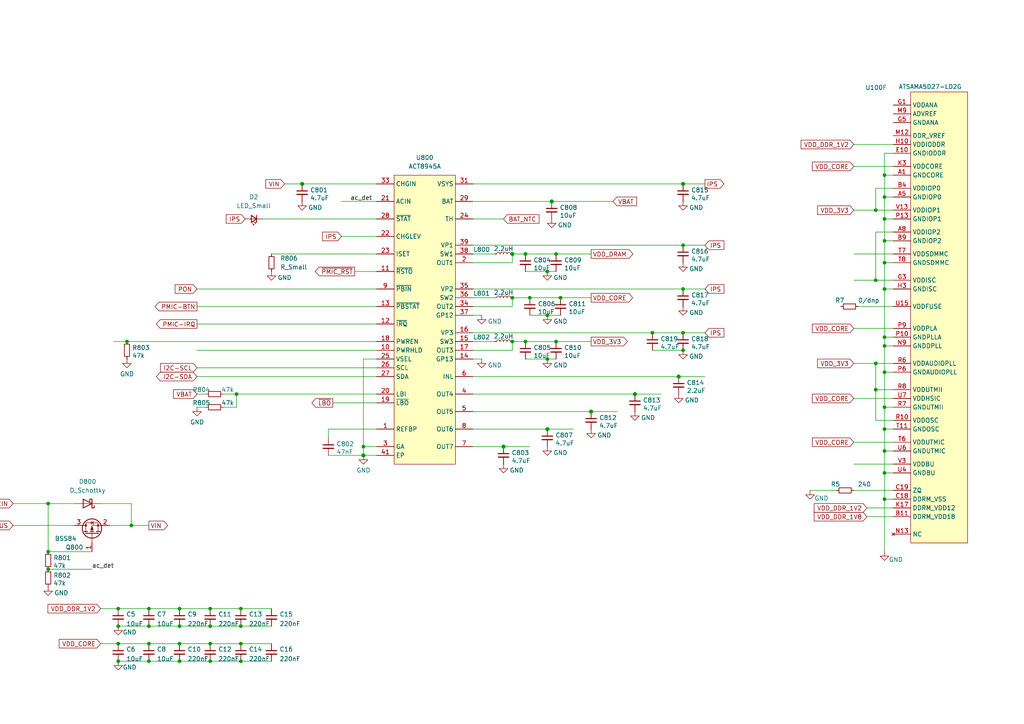
<source format=kicad_sch>
(kicad_sch (version 20250114) (generator "eeschema") (generator_version "9.0")
  (paper "A4")
  (junction (at 153.67 86.36))
  (junction (at 69.85 181.61))
  (junction (at 60.96 176.53))
  (junction (at 256.54 144.78))
  (junction (at 256.54 118.11))
  (junction (at 256.54 107.95))
  (junction (at 256.54 130.81))
  (junction (at 256.54 137.16))
  (junction (at 254 105.41))
  (junction (at 189.23 96.52))
  (junction (at 43.18 176.53))
  (junction (at 36.83 99.06))
  (junction (at 60.96 186.69))
  (junction (at 148.59 99.06))
  (junction (at 254 113.03))
  (junction (at 146.05 129.54) (diameter 1.016))
  (junction (at 34.29 176.53))
  (junction (at 256.54 97.79))
  (junction (at 256.54 83.82))
  (junction (at 13.97 146.05))
  (junction (at 52.07 181.61))
  (junction (at 254 81.28))
  (junction (at 162.56 86.36))
  (junction (at 105.41 129.54))
  (junction (at 34.29 186.69))
  (junction (at 34.29 191.77))
  (junction (at 196.85 109.22) (diameter 1.016))
  (junction (at 52.07 191.77))
  (junction (at 52.07 176.53))
  (junction (at 52.07 186.69))
  (junction (at 148.59 86.36))
  (junction (at 69.85 176.53))
  (junction (at 69.85 186.69))
  (junction (at 256.54 50.8))
  (junction (at 256.54 63.5))
  (junction (at 256.54 124.46))
  (junction (at 43.18 186.69))
  (junction (at 87.63 53.34) (diameter 1.016))
  (junction (at 43.18 181.61))
  (junction (at 158.75 91.44))
  (junction (at 60.96 181.61))
  (junction (at 198.12 101.6))
  (junction (at 256.54 57.15))
  (junction (at 158.75 124.46) (diameter 1.016))
  (junction (at 198.12 83.82))
  (junction (at 60.96 191.77))
  (junction (at 161.29 73.66))
  (junction (at 105.41 132.08) (diameter 1.016))
  (junction (at 256.54 100.33))
  (junction (at 158.75 78.74))
  (junction (at 158.75 104.14))
  (junction (at 152.4 99.06))
  (junction (at 148.59 73.66) (diameter 1.016))
  (junction (at 34.29 181.61))
  (junction (at 13.97 165.1))
  (junction (at 198.12 96.52))
  (junction (at 152.4 73.66))
  (junction (at 69.85 191.77))
  (junction (at 254 60.96))
  (junction (at 256.54 76.2))
  (junction (at 43.18 191.77))
  (junction (at 13.97 160.02))
  (junction (at 198.12 71.12))
  (junction (at 68.58 114.3))
  (junction (at 161.29 99.06))
  (junction (at 171.45 119.38) (diameter 1.016))
  (junction (at 256.54 69.85))
  (junction (at 38.1 152.4))
  (junction (at 184.15 114.3) (diameter 1.016))
  (junction (at 198.12 53.34) (diameter 1.016))
  (junction (at 160.02 58.42) (diameter 1.016))
  (wire (pts (xy 109.22 129.54) (xy 105.41 129.54)))
  (wire (pts (xy 95.25 124.46) (xy 95.25 127)))
  (wire (pts (xy 137.16 96.52) (xy 189.23 96.52)))
  (wire (pts (xy 36.83 99.06) (xy 109.22 99.06)))
  (wire (pts (xy 256.54 69.85) (xy 259.08 69.85)))
  (wire (pts (xy 256.54 137.16) (xy 256.54 144.78)))
  (wire (pts (xy 57.15 83.82) (xy 109.22 83.82)))
  (wire (pts (xy 52.07 176.53) (xy 60.96 176.53)))
  (wire (pts (xy 57.15 114.3) (xy 59.69 114.3)))
  (wire (pts (xy 69.85 186.69) (xy 78.74 186.69)))
  (wire (pts (xy 259.08 113.03) (xy 254 113.03)))
  (wire (pts (xy 148.59 73.66) (xy 152.4 73.66)))
  (wire (pts (xy 148.59 99.06) (xy 152.4 99.06)))
  (wire (pts (xy 153.67 86.36) (xy 162.56 86.36)))
  (wire (pts (xy 57.15 106.68) (xy 109.22 106.68)))
  (wire (pts (xy 38.1 152.4) (xy 43.18 152.4)))
  (wire (pts (xy 137.16 73.66) (xy 143.51 73.66)))
  (wire (pts (xy 256.54 69.85) (xy 256.54 76.2)))
  (wire (pts (xy 13.97 146.05) (xy 21.59 146.05)))
  (wire (pts (xy 57.15 109.22) (xy 109.22 109.22)))
  (wire (pts (xy 234.95 142.24) (xy 242.57 142.24)))
  (wire (pts (xy 137.16 104.14) (xy 139.7 104.14)))
  (wire (pts (xy 38.1 146.05) (xy 38.1 152.4)))
  (wire (pts (xy 184.15 114.3) (xy 191.77 114.3)))
  (wire (pts (xy 87.63 53.34) (xy 109.22 53.34)))
  (wire (pts (xy 137.16 119.38) (xy 171.45 119.38)))
  (wire (pts (xy 248.92 88.9) (xy 259.08 88.9)))
  (wire (pts (xy 259.08 54.61) (xy 254 54.61)))
  (wire (pts (xy 254 121.92) (xy 254 113.03)))
  (wire (pts (xy 43.18 186.69) (xy 52.07 186.69)))
  (wire (pts (xy 247.65 128.27) (xy 259.08 128.27)))
  (wire (pts (xy 254 105.41) (xy 259.08 105.41)))
  (wire (pts (xy 256.54 118.11) (xy 259.08 118.11)))
  (wire (pts (xy 43.18 181.61) (xy 52.07 181.61)))
  (wire (pts (xy 137.16 129.54) (xy 146.05 129.54)))
  (wire (pts (xy 254 81.28) (xy 259.08 81.28)))
  (wire (pts (xy 256.54 107.95) (xy 256.54 118.11)))
  (wire (pts (xy 247.65 60.96) (xy 254 60.96)))
  (wire (pts (xy 69.85 181.61) (xy 78.74 181.61)))
  (wire (pts (xy 259.08 44.45) (xy 256.54 44.45)))
  (wire (pts (xy 105.41 104.14) (xy 105.41 129.54)))
  (wire (pts (xy 152.4 99.06) (xy 161.29 99.06)))
  (wire (pts (xy 256.54 130.81) (xy 256.54 137.16)))
  (wire (pts (xy 162.56 86.36) (xy 171.45 86.36)))
  (wire (pts (xy 109.22 104.14) (xy 105.41 104.14)))
  (wire (pts (xy 256.54 83.82) (xy 259.08 83.82)))
  (wire (pts (xy 256.54 124.46) (xy 256.54 130.81)))
  (wire (pts (xy 137.16 76.2) (xy 148.59 76.2)))
  (wire (pts (xy 247.65 95.25) (xy 259.08 95.25)))
  (wire (pts (xy 57.15 93.98) (xy 109.22 93.98)))
  (wire (pts (xy 95.25 132.08) (xy 105.41 132.08)))
  (wire (pts (xy 105.41 129.54) (xy 105.41 132.08)))
  (wire (pts (xy 256.54 137.16) (xy 259.08 137.16)))
  (wire (pts (xy 60.96 186.69) (xy 69.85 186.69)))
  (wire (pts (xy 158.75 91.44) (xy 162.56 91.44)))
  (wire (pts (xy 256.54 144.78) (xy 256.54 160.02)))
  (wire (pts (xy 3.81 152.4) (xy 21.59 152.4)))
  (wire (pts (xy 102.87 78.74) (xy 109.22 78.74)))
  (wire (pts (xy 137.16 71.12) (xy 198.12 71.12)))
  (wire (pts (xy 161.29 99.06) (xy 171.45 99.06)))
  (wire (pts (xy 34.29 191.77) (xy 43.18 191.77)))
  (wire (pts (xy 78.74 73.66) (xy 109.22 73.66)))
  (wire (pts (xy 13.97 165.1) (xy 26.67 165.1)))
  (wire (pts (xy 60.96 176.53) (xy 69.85 176.53)))
  (wire (pts (xy 137.16 114.3) (xy 184.15 114.3)))
  (wire (pts (xy 256.54 97.79) (xy 256.54 100.33)))
  (wire (pts (xy 254 67.31) (xy 254 81.28)))
  (wire (pts (xy 256.54 76.2) (xy 259.08 76.2)))
  (wire (pts (xy 38.1 152.4) (xy 31.75 152.4)))
  (wire (pts (xy 43.18 176.53) (xy 52.07 176.53)))
  (wire (pts (xy 60.96 181.61) (xy 69.85 181.61)))
  (wire (pts (xy 26.67 160.02) (xy 13.97 160.02)))
  (wire (pts (xy 29.21 146.05) (xy 38.1 146.05)))
  (wire (pts (xy 64.77 118.11) (xy 68.58 118.11)))
  (wire (pts (xy 161.29 73.66) (xy 171.45 73.66)))
  (wire (pts (xy 148.59 86.36) (xy 153.67 86.36)))
  (wire (pts (xy 158.75 124.46) (xy 166.37 124.46)))
  (wire (pts (xy 256.54 50.8) (xy 256.54 57.15)))
  (wire (pts (xy 256.54 44.45) (xy 256.54 50.8)))
  (wire (pts (xy 247.65 115.57) (xy 259.08 115.57)))
  (wire (pts (xy 247.65 105.41) (xy 254 105.41)))
  (wire (pts (xy 256.54 118.11) (xy 256.54 124.46)))
  (wire (pts (xy 152.4 78.74) (xy 158.75 78.74)))
  (wire (pts (xy 52.07 186.69) (xy 60.96 186.69)))
  (wire (pts (xy 247.65 48.26) (xy 259.08 48.26)))
  (wire (pts (xy 256.54 63.5) (xy 256.54 69.85)))
  (wire (pts (xy 153.67 91.44) (xy 158.75 91.44)))
  (wire (pts (xy 158.75 104.14) (xy 161.29 104.14)))
  (wire (pts (xy 52.07 191.77) (xy 60.96 191.77)))
  (wire (pts (xy 256.54 57.15) (xy 256.54 63.5)))
  (wire (pts (xy 152.4 73.66) (xy 161.29 73.66)))
  (wire (pts (xy 256.54 100.33) (xy 256.54 107.95)))
  (wire (pts (xy 137.16 83.82) (xy 198.12 83.82)))
  (wire (pts (xy 256.54 63.5) (xy 259.08 63.5)))
  (wire (pts (xy 76.2 63.5) (xy 109.22 63.5)))
  (wire (pts (xy 29.21 176.53) (xy 34.29 176.53)))
  (wire (pts (xy 69.85 191.77) (xy 78.74 191.77)))
  (wire (pts (xy 137.16 99.06) (xy 143.51 99.06)))
  (wire (pts (xy 52.07 181.61) (xy 60.96 181.61)))
  (wire (pts (xy 259.08 121.92) (xy 254 121.92)))
  (wire (pts (xy 99.06 68.58) (xy 109.22 68.58)))
  (wire (pts (xy 137.16 91.44) (xy 139.7 91.44)))
  (wire (pts (xy 247.65 134.62) (xy 259.08 134.62)))
  (wire (pts (xy 259.08 50.8) (xy 256.54 50.8)))
  (wire (pts (xy 137.16 88.9) (xy 148.59 88.9)))
  (wire (pts (xy 254 60.96) (xy 259.08 60.96)))
  (wire (pts (xy 171.45 119.38) (xy 179.07 119.38)))
  (wire (pts (xy 189.23 101.6) (xy 198.12 101.6)))
  (wire (pts (xy 256.54 130.81) (xy 259.08 130.81)))
  (wire (pts (xy 99.06 58.42) (xy 109.22 58.42)))
  (wire (pts (xy 137.16 53.34) (xy 198.12 53.34)))
  (wire (pts (xy 95.25 124.46) (xy 109.22 124.46)))
  (wire (pts (xy 256.54 100.33) (xy 259.08 100.33)))
  (wire (pts (xy 160.02 58.42) (xy 177.8 58.42)))
  (wire (pts (xy 68.58 114.3) (xy 68.58 118.11)))
  (wire (pts (xy 247.65 142.24) (xy 259.08 142.24)))
  (wire (pts (xy 254 54.61) (xy 254 60.96)))
  (wire (pts (xy 105.41 132.08) (xy 109.22 132.08)))
  (wire (pts (xy 256.54 76.2) (xy 256.54 83.82)))
  (wire (pts (xy 198.12 83.82) (xy 204.47 83.82)))
  (wire (pts (xy 196.85 109.22) (xy 204.47 109.22)))
  (wire (pts (xy 251.46 149.86) (xy 259.08 149.86)))
  (wire (pts (xy 96.52 116.84) (xy 109.22 116.84)))
  (wire (pts (xy 256.54 83.82) (xy 256.54 97.79)))
  (wire (pts (xy 64.77 114.3) (xy 68.58 114.3)))
  (wire (pts (xy 198.12 71.12) (xy 204.47 71.12)))
  (wire (pts (xy 137.16 101.6) (xy 148.59 101.6)))
  (wire (pts (xy 33.02 99.06) (xy 36.83 99.06)))
  (wire (pts (xy 158.75 78.74) (xy 161.29 78.74)))
  (wire (pts (xy 247.65 81.28) (xy 254 81.28)))
  (wire (pts (xy 13.97 160.02) (xy 13.97 146.05)))
  (wire (pts (xy 60.96 191.77) (xy 69.85 191.77)))
  (wire (pts (xy 146.05 129.54) (xy 153.67 129.54)))
  (wire (pts (xy 43.18 191.77) (xy 52.07 191.77)))
  (wire (pts (xy 254 113.03) (xy 254 105.41)))
  (wire (pts (xy 256.54 97.79) (xy 259.08 97.79)))
  (wire (pts (xy 137.16 109.22) (xy 196.85 109.22)))
  (wire (pts (xy 247.65 41.91) (xy 259.08 41.91)))
  (wire (pts (xy 57.15 101.6) (xy 109.22 101.6)))
  (wire (pts (xy 137.16 124.46) (xy 158.75 124.46)))
  (wire (pts (xy 3.81 146.05) (xy 13.97 146.05)))
  (wire (pts (xy 69.85 176.53) (xy 78.74 176.53)))
  (wire (pts (xy 198.12 53.34) (xy 204.47 53.34)))
  (wire (pts (xy 247.65 73.66) (xy 259.08 73.66)))
  (wire (pts (xy 137.16 63.5) (xy 146.05 63.5)))
  (wire (pts (xy 34.29 181.61) (xy 43.18 181.61)))
  (wire (pts (xy 198.12 96.52) (xy 204.47 96.52)))
  (wire (pts (xy 29.21 186.69) (xy 34.29 186.69)))
  (wire (pts (xy 34.29 186.69) (xy 43.18 186.69)))
  (wire (pts (xy 137.16 58.42) (xy 160.02 58.42)))
  (wire (pts (xy 256.54 144.78) (xy 259.08 144.78)))
  (wire (pts (xy 82.55 53.34) (xy 87.63 53.34)))
  (wire (pts (xy 189.23 96.52) (xy 198.12 96.52)))
  (wire (pts (xy 152.4 104.14) (xy 158.75 104.14)))
  (wire (pts (xy 57.15 88.9) (xy 109.22 88.9)))
  (wire (pts (xy 256.54 57.15) (xy 259.08 57.15)))
  (wire (pts (xy 68.58 114.3) (xy 109.22 114.3)))
  (wire (pts (xy 251.46 147.32) (xy 259.08 147.32)))
  (wire (pts (xy 148.59 101.6) (xy 148.59 99.06)))
  (wire (pts (xy 137.16 86.36) (xy 143.51 86.36)))
  (wire (pts (xy 57.15 118.11) (xy 59.69 118.11)))
  (wire (pts (xy 259.08 67.31) (xy 254 67.31)))
  (wire (pts (xy 148.59 86.36) (xy 148.59 88.9)))
  (wire (pts (xy 34.29 176.53) (xy 43.18 176.53)))
  (wire (pts (xy 256.54 124.46) (xy 259.08 124.46)))
  (wire (pts (xy 256.54 107.95) (xy 259.08 107.95)))
  (wire (pts (xy 148.59 73.66) (xy 148.59 76.2)))
  (label "ac_det" (at 101.6 58.42 0))
  (label "ac_det" (at 26.67 165.1 0))
  (global_label "IPS" (shape input) (at 99.06 68.58 180) (property "Intersheetrefs" "${INTERSHEET_REFS}" (effects (hide yes))))
  (global_label "VIN" (shape output) (at 43.18 152.4 0) (property "Intersheetrefs" "${INTERSHEET_REFS}" (effects (hide yes))))
  (global_label "~{LBO}" (shape output) (at 96.52 116.84 180) (property "Intersheetrefs" "${INTERSHEET_REFS}" (effects (hide yes))))
  (global_label "VDD_3V3" (shape input) (at 247.65 105.41 180) (property "Intersheetrefs" "${INTERSHEET_REFS}" (effects (hide yes))))
  (global_label "VDD_CORE" (shape input) (at 247.65 128.27 180) (property "Intersheetrefs" "${INTERSHEET_REFS}" (effects (hide yes))))
  (global_label "I2C-SDA" (shape bidirectional) (at 57.15 109.22 180) (property "Intersheetrefs" "${INTERSHEET_REFS}" (effects (hide yes))))
  (global_label "IPS" (shape input) (at 204.47 96.52 0) (property "Intersheetrefs" "${INTERSHEET_REFS}" (effects (hide yes))))
  (global_label "IPS" (shape input) (at 204.47 71.12 0) (property "Intersheetrefs" "${INTERSHEET_REFS}" (effects (hide yes))))
  (global_label "VDD_CORE" (shape input) (at 247.65 95.25 180) (property "Intersheetrefs" "${INTERSHEET_REFS}" (effects (hide yes))))
  (global_label "PMIC-BTN" (shape output) (at 57.15 88.9 180) (property "Intersheetrefs" "${INTERSHEET_REFS}" (effects (hide yes))))
  (global_label "IPS" (shape input) (at 204.47 83.82 0) (property "Intersheetrefs" "${INTERSHEET_REFS}" (effects (hide yes))))
  (global_label "VDD_3V3" (shape input) (at 247.65 60.96 180) (property "Intersheetrefs" "${INTERSHEET_REFS}" (effects (hide yes))))
  (global_label "VDD_CORE" (shape input) (at 29.21 186.69 180) (property "Intersheetrefs" "${INTERSHEET_REFS}" (effects (hide yes))))
  (global_label "ACIN" (shape input) (at 3.81 146.05 180) (property "Intersheetrefs" "${INTERSHEET_REFS}" (effects (hide yes))))
  (global_label "VDD_3V3" (shape output) (at 171.45 99.06 0) (property "Intersheetrefs" "${INTERSHEET_REFS}" (effects (hide yes))))
  (global_label "VDD_DDR_1V2" (shape input) (at 29.21 176.53 180) (property "Intersheetrefs" "${INTERSHEET_REFS}" (effects (hide yes))))
  (global_label "VBAT" (shape input) (at 177.8 58.42 0) (property "Intersheetrefs" "${INTERSHEET_REFS}" (effects (hide yes))))
  (global_label "VBUS" (shape input) (at 3.81 152.4 180) (property "Intersheetrefs" "${INTERSHEET_REFS}" (effects (hide yes))))
  (global_label "VIN" (shape input) (at 82.55 53.34 180) (property "Intersheetrefs" "${INTERSHEET_REFS}" (effects (hide yes))))
  (global_label "VDD_DDR_1V8" (shape input) (at 251.46 149.86 180) (property "Intersheetrefs" "${INTERSHEET_REFS}" (effects (hide yes))))
  (global_label "VDD_CORE" (shape output) (at 171.45 86.36 0) (property "Intersheetrefs" "${INTERSHEET_REFS}" (effects (hide yes))))
  (global_label "IPS" (shape output) (at 204.47 53.34 0) (property "Intersheetrefs" "${INTERSHEET_REFS}" (effects (hide yes))))
  (global_label "VDD_CORE" (shape input) (at 247.65 115.57 180) (property "Intersheetrefs" "${INTERSHEET_REFS}" (effects (hide yes))))
  (global_label "VBAT" (shape input) (at 57.15 114.3 180) (property "Intersheetrefs" "${INTERSHEET_REFS}" (effects (hide yes))))
  (global_label "VDD_DDR_1V2" (shape input) (at 247.65 41.91 180) (property "Intersheetrefs" "${INTERSHEET_REFS}" (effects (hide yes))))
  (global_label "VDD_DDR_1V2" (shape input) (at 251.46 147.32 180) (property "Intersheetrefs" "${INTERSHEET_REFS}" (effects (hide yes))))
  (global_label "IPS" (shape input) (at 71.12 63.5 180) (property "Intersheetrefs" "${INTERSHEET_REFS}" (effects (hide yes))))
  (global_label "VDD_CORE" (shape input) (at 247.65 48.26 180) (property "Intersheetrefs" "${INTERSHEET_REFS}" (effects (hide yes))))
  (global_label "VDD_DRAM" (shape output) (at 171.45 73.66 0) (property "Intersheetrefs" "${INTERSHEET_REFS}" (effects (hide yes))))
  (global_label "PMIC-IRQ" (shape output) (at 57.15 93.98 180) (property "Intersheetrefs" "${INTERSHEET_REFS}" (effects (hide yes))))
  (global_label "BAT_NTC" (shape input) (at 146.05 63.5 0) (property "Intersheetrefs" "${INTERSHEET_REFS}" (effects (hide yes))))
  (global_label "I2C-SCL" (shape input) (at 57.15 106.68 180) (property "Intersheetrefs" "${INTERSHEET_REFS}" (effects (hide yes))))
  (global_label "~{PMIC_RST}" (shape output) (at 102.87 78.74 180) (property "Intersheetrefs" "${INTERSHEET_REFS}" (effects (hide yes))))
  (global_label "PON" (shape input) (at 57.15 83.82 180) (property "Intersheetrefs" "${INTERSHEET_REFS}" (effects (hide yes))))
  (symbol (lib_id "Device:C_Small") (at 60.96 189.23 0) (unit 1)
    (property "Reference" "C12" (at 63.2842 188.3215 0) (effects (justify left)))
    (property "Value" "220nF" (at 63.2842 191.0966 0) (effects (justify left)))
    (property "Footprint" "Capacitor_SMD:C_0402_1005Metric" (effects (hide yes)))
  )
  (symbol (lib_id "Device:C_Small") (at 69.85 179.07 0) (unit 1)
    (property "Reference" "C13" (at 72.1742 178.1615 0) (effects (justify left)))
    (property "Value" "220nF" (at 72.1742 180.9366 0) (effects (justify left)))
    (property "Footprint" "Capacitor_SMD:C_0402_1005Metric" (effects (hide yes)))
  )
  (symbol (lib_id "power:GND") (at 198.12 101.6 0) (unit 1)
    (property "Reference" "#PWR0124" (effects (hide yes)))
    (property "Value" "GND" (at 201.93 103.3844 0))
  )
  (symbol (lib_id "Device:C_Small") (at 87.63 55.88 0) (unit 1)
    (property "Reference" "C801" (at 89.9542 55.1191 0) (effects (justify left)))
    (property "Value" "4.7uF" (at 89.9542 57.4178 0) (effects (justify left)))
    (property "Footprint" "Capacitor_SMD:C_0603_1608Metric" (effects (hide yes)))
    (property "Datasheet" "~{}" (effects (hide yes)))
  )
  (symbol (lib_id "Device:C_Small") (at 198.12 73.66 0) (unit 1)
    (property "Reference" "C816" (at 200.4442 72.8991 0) (effects (justify left)))
    (property "Value" "4.7uF" (at 200.4442 75.1978 0) (effects (justify left)))
    (property "Footprint" "Capacitor_SMD:C_0603_1608Metric" (effects (hide yes)))
    (property "Datasheet" "~{}" (effects (hide yes)))
  )
  (symbol (lib_id "power:GND") (at 171.45 124.46 0) (unit 1)
    (property "Reference" "#PWR0117" (effects (hide yes)))
    (property "Value" "GND" (at 175.26 126.2444 0))
  )
  (symbol (lib_id "Device:C_Small") (at 184.15 116.84 0) (unit 1)
    (property "Reference" "C813" (at 186.4742 116.0791 0) (effects (justify left)))
    (property "Value" "4.7uF" (at 186.4742 118.3778 0) (effects (justify left)))
    (property "Footprint" "Capacitor_SMD:C_0603_1608Metric" (effects (hide yes)))
    (property "Datasheet" "~{}" (effects (hide yes)))
  )
  (symbol (lib_id "power:GND") (at 160.02 63.5 0) (unit 1)
    (property "Reference" "#PWR0110" (effects (hide yes)))
    (property "Value" "GND" (at 163.83 65.2844 0))
  )
  (symbol (lib_id "Device:L_Small") (at 146.05 86.36 90) (unit 1)
    (property "Reference" "L801" (at 139.7 85.0858 90))
    (property "Value" "2.2uH" (at 146.05 84.8445 90))
    (property "Footprint" "Inductor_SMD:L_Wuerth_MAPI-2510" (effects (hide yes)))
    (property "Datasheet" "~{}" (effects (hide yes)))
  )
  (symbol (lib_id "Device:C_Small") (at 52.07 189.23 0) (unit 1)
    (property "Reference" "C10" (at 54.3942 188.3215 0) (effects (justify left)))
    (property "Value" "220nF" (at 54.3942 191.0966 0) (effects (justify left)))
    (property "Footprint" "Capacitor_SMD:C_0402_1005Metric" (effects (hide yes)))
  )
  (symbol (lib_id "Transistor_FET:BSS84") (at 26.67 154.94 90) (unit 1)
    (property "Reference" "Q800" (at 21.59 158.75 90))
    (property "Value" "BSS84" (at 19.05 156.21 90))
    (property "Footprint" "Package_TO_SOT_SMD:SOT-323_SC-70" (effects (hide yes)))
    (property "Datasheet" "http://assets.nexperia.com/documents/data-sheet/BSS84.pdf" (effects (hide yes)))
  )
  (symbol (lib_id "Device:L_Small") (at 146.05 73.66 90) (unit 1)
    (property "Reference" "L800" (at 139.7 72.3858 90))
    (property "Value" "2.2uH" (at 146.05 72.1445 90))
    (property "Footprint" "Inductor_SMD:L_Wuerth_MAPI-2510" (effects (hide yes)))
    (property "Datasheet" "~{}" (effects (hide yes)))
  )
  (symbol (lib_id "Device:C_Small") (at 34.29 179.07 0) (unit 1)
    (property "Reference" "C5" (at 36.6142 178.1615 0) (effects (justify left)))
    (property "Value" "10uF" (at 36.6142 180.9366 0) (effects (justify left)))
    (property "Footprint" "Capacitor_SMD:C_0603_1608Metric" (effects (hide yes)))
  )
  (symbol (lib_name "ATSAMA5D27-LD2G_1") (lib_id "microchip:ATSAMA5D27-LD2G") (at 265.43 66.04 0) (unit 6)
    (property "Reference" "U100" (at 250.952 25.4 0) (effects (justify left)))
    (property "Value" "ATSAMA5D27-LD2G" (at 260.604 25.146 0) (effects (justify left)))
    (property "Footprint" "microchip:BGA361C80P19X19_1600X1600X120" (effects (hide yes)))
  )
  (symbol (lib_id "Device:C_Small") (at 158.75 127 0) (unit 1)
    (property "Reference" "C807" (at 161.0742 126.2391 0) (effects (justify left)))
    (property "Value" "4.7uF" (at 161.0742 128.5378 0) (effects (justify left)))
    (property "Footprint" "Capacitor_SMD:C_0603_1608Metric" (effects (hide yes)))
    (property "Datasheet" "~{}" (effects (hide yes)))
  )
  (symbol (lib_id "Device:C_Small") (at 189.23 99.06 0) (unit 1)
    (property "Reference" "C819" (at 191.5542 98.2991 0) (effects (justify left)))
    (property "Value" "4.7uF" (at 191.5542 100.5978 0) (effects (justify left)))
    (property "Footprint" "Capacitor_SMD:C_0603_1608Metric" (effects (hide yes)))
    (property "Datasheet" "~{}" (effects (hide yes)))
  )
  (symbol (lib_id "Device:C_Small") (at 60.96 179.07 0) (unit 1)
    (property "Reference" "C11" (at 63.2842 178.1615 0) (effects (justify left)))
    (property "Value" "220nF" (at 63.2842 180.9366 0) (effects (justify left)))
    (property "Footprint" "Capacitor_SMD:C_0402_1005Metric" (effects (hide yes)))
  )
  (symbol (lib_id "Device:C_Small") (at 160.02 60.96 0) (unit 1)
    (property "Reference" "C808" (at 162.3442 60.1991 0) (effects (justify left)))
    (property "Value" "10uF" (at 162.3442 62.4978 0) (effects (justify left)))
    (property "Footprint" "Capacitor_SMD:C_0603_1608Metric" (effects (hide yes)))
    (property "Datasheet" "~{}" (effects (hide yes)))
  )
  (symbol (lib_id "Device:C_Small") (at 146.05 132.08 0) (unit 1)
    (property "Reference" "C803" (at 148.3742 131.3191 0) (effects (justify left)))
    (property "Value" "4.7uF" (at 148.3742 133.6178 0) (effects (justify left)))
    (property "Footprint" "Capacitor_SMD:C_0603_1608Metric" (effects (hide yes)))
    (property "Datasheet" "~{}" (effects (hide yes)))
  )
  (symbol (lib_id "Device:C_Small") (at 152.4 76.2 0) (unit 1)
    (property "Reference" "C804" (at 154.7242 75.4391 0) (effects (justify left)))
    (property "Value" "10uF" (at 154.7242 77.7378 0) (effects (justify left)))
    (property "Footprint" "Capacitor_SMD:C_0603_1608Metric" (effects (hide yes)))
    (property "Datasheet" "~{}" (effects (hide yes)))
  )
  (symbol (lib_id "power:GND") (at 139.7 104.14 0) (unit 1)
    (property "Reference" "#PWR0112" (effects (hide yes)))
    (property "Value" "GND" (at 143.51 105.9244 0))
  )
  (symbol (lib_id "power:GND") (at 158.75 129.54 0) (unit 1)
    (property "Reference" "#PWR0116" (effects (hide yes)))
    (property "Value" "GND" (at 162.56 131.3244 0))
  )
  (symbol (lib_id "power:GND") (at 139.7 91.44 0) (unit 1)
    (property "Reference" "#PWR0115" (effects (hide yes)))
    (property "Value" "GND" (at 143.51 93.2244 0))
  )
  (symbol (lib_id "Device:R_Small") (at 245.11 142.24 90) (unit 1)
    (property "Reference" "R5" (at 242.316 140.462 90))
    (property "Value" "240" (at 250.698 140.462 90))
    (property "Footprint" "Resistor_SMD:R_0402_1005Metric" (effects (hide yes)))
    (property "Description" "Resistor, small symbol" (effects (hide yes)))
  )
  (symbol (lib_id "Device:C_Small") (at 196.85 111.76 0) (unit 1)
    (property "Reference" "C814" (at 199.1742 110.9991 0) (effects (justify left)))
    (property "Value" "2.2uF" (at 199.1742 113.2978 0) (effects (justify left)))
    (property "Footprint" "Capacitor_SMD:C_0603_1608Metric" (effects (hide yes)))
    (property "Datasheet" "~{}" (effects (hide yes)))
  )
  (symbol (lib_id "power:GND") (at 234.95 142.24 0) (unit 1)
    (property "Reference" "#PWR06" (effects (hide yes)))
    (property "Value" "GND" (at 238.252 144.526 0))
    (property "Description" "Power symbol creates a global label with name \"GND\" , ground" (effects (hide yes)))
  )
  (symbol (lib_id "Device:C_Small") (at 153.67 88.9 0) (unit 1)
    (property "Reference" "C806" (at 155.9942 88.1391 0) (effects (justify left)))
    (property "Value" "10uF" (at 155.9942 90.4378 0) (effects (justify left)))
    (property "Footprint" "Capacitor_SMD:C_0603_1608Metric" (effects (hide yes)))
    (property "Datasheet" "~{}" (effects (hide yes)))
  )
  (symbol (lib_id "power:GND") (at 105.41 132.08 0) (unit 1)
    (property "Reference" "#PWR0125" (effects (hide yes)))
    (property "Value" "GND" (at 105.41 136.4044 0))
  )
  (symbol (lib_id "Device:C_Small") (at 78.74 189.23 0) (unit 1)
    (property "Reference" "C16" (at 81.0642 188.3215 0) (effects (justify left)))
    (property "Value" "220nF" (at 81.0642 191.0966 0) (effects (justify left)))
    (property "Footprint" "Capacitor_SMD:C_0402_1005Metric" (effects (hide yes)))
  )
  (symbol (lib_id "power:GND") (at 36.83 104.14 0) (unit 1)
    (property "Reference" "#PWR0128" (effects (hide yes)))
    (property "Value" "GND" (at 36.83 108.4644 0))
  )
  (symbol (lib_id "power:GND") (at 158.75 104.14 0) (unit 1)
    (property "Reference" "#PWR0113" (effects (hide yes)))
    (property "Value" "GND" (at 162.56 105.9244 0))
  )
  (symbol (lib_id "Device:R_Small") (at 13.97 167.64 0) (unit 1)
    (property "Reference" "R802" (at 15.4687 166.8791 0) (effects (justify left)))
    (property "Value" "47k" (at 15.4687 169.1778 0) (effects (justify left)))
    (property "Footprint" "Resistor_SMD:R_0402_1005Metric" (effects (hide yes)))
    (property "Datasheet" "~{}" (effects (hide yes)))
  )
  (symbol (lib_id "Device:C_Small") (at 95.25 129.54 0) (unit 1)
    (property "Reference" "C802" (at 97.5742 128.7791 0) (effects (justify left)))
    (property "Value" "47nF" (at 97.5742 131.0778 0) (effects (justify left)))
    (property "Footprint" "Capacitor_SMD:C_0402_1005Metric" (effects (hide yes)))
    (property "Datasheet" "~{}" (effects (hide yes)))
  )
  (symbol (lib_id "power:GND") (at 34.29 181.61 0) (unit 1)
    (property "Reference" "#PWR01" (effects (hide yes)))
    (property "Value" "GND" (at 37.592 183.388 0))
  )
  (symbol (lib_id "Device:R_Small") (at 36.83 101.6 0) (unit 1)
    (property "Reference" "R803" (at 38.3287 100.8391 0) (effects (justify left)))
    (property "Value" "47k" (at 38.3287 103.1378 0) (effects (justify left)))
    (property "Footprint" "Resistor_SMD:R_0402_1005Metric" (effects (hide yes)))
    (property "Datasheet" "~{}" (effects (hide yes)))
  )
  (symbol (lib_id "Device:C_Small") (at 162.56 88.9 0) (unit 1)
    (property "Reference" "C811" (at 164.8842 88.1391 0) (effects (justify left)))
    (property "Value" "10uF" (at 164.8842 90.4378 0) (effects (justify left)))
    (property "Footprint" "Capacitor_SMD:C_0603_1608Metric" (effects (hide yes)))
    (property "Datasheet" "~{}" (effects (hide yes)))
  )
  (symbol (lib_id "Device:C_Small") (at 161.29 76.2 0) (unit 1)
    (property "Reference" "C809" (at 163.6142 75.4391 0) (effects (justify left)))
    (property "Value" "10uF" (at 163.6142 77.7378 0) (effects (justify left)))
    (property "Footprint" "Capacitor_SMD:C_0603_1608Metric" (effects (hide yes)))
    (property "Datasheet" "~{}" (effects (hide yes)))
  )
  (symbol (lib_id "Device:C_Small") (at 198.12 55.88 0) (unit 1)
    (property "Reference" "C815" (at 200.4442 55.1191 0) (effects (justify left)))
    (property "Value" "4.7uF" (at 200.4442 57.4178 0) (effects (justify left)))
    (property "Footprint" "Capacitor_SMD:C_0603_1608Metric" (effects (hide yes)))
    (property "Datasheet" "~{}" (effects (hide yes)))
  )
  (symbol (lib_id "power:GND") (at 196.85 114.3 0) (unit 1)
    (property "Reference" "#PWR0122" (effects (hide yes)))
    (property "Value" "GND" (at 200.66 116.0844 0))
  )
  (symbol (lib_id "power:GND") (at 198.12 58.42 0) (unit 1)
    (property "Reference" "#PWR0107" (effects (hide yes)))
    (property "Value" "GND" (at 201.93 60.2044 0))
  )
  (symbol (lib_id "Device:R_Small") (at 62.23 114.3 90) (unit 1)
    (property "Reference" "R804" (at 58.42 113.03 90))
    (property "Value" "47k" (at 66.04 113.03 90))
    (property "Footprint" "Resistor_SMD:R_0402_1005Metric" (effects (hide yes)))
    (property "Datasheet" "~{}" (effects (hide yes)))
  )
  (symbol (lib_id "Device:C_Small") (at 78.74 179.07 0) (unit 1)
    (property "Reference" "C15" (at 81.0642 178.1615 0) (effects (justify left)))
    (property "Value" "220nF" (at 81.0642 180.9366 0) (effects (justify left)))
    (property "Footprint" "Capacitor_SMD:C_0402_1005Metric" (effects (hide yes)))
  )
  (symbol (lib_id "Device:C_Small") (at 43.18 189.23 0) (unit 1)
    (property "Reference" "C8" (at 45.5042 188.3215 0) (effects (justify left)))
    (property "Value" "10uF" (at 45.5042 191.0966 0) (effects (justify left)))
    (property "Footprint" "Capacitor_SMD:C_0603_1608Metric" (effects (hide yes)))
  )
  (symbol (lib_id "Device:R_Small") (at 62.23 118.11 90) (unit 1)
    (property "Reference" "R805" (at 58.42 116.84 90))
    (property "Value" "47k" (at 66.04 116.84 90))
    (property "Footprint" "Resistor_SMD:R_0402_1005Metric" (effects (hide yes)))
    (property "Datasheet" "~{}" (effects (hide yes)))
  )
  (symbol (lib_id "Device:R_Small") (at 13.97 162.56 0) (unit 1)
    (property "Reference" "R801" (at 15.4687 161.7991 0) (effects (justify left)))
    (property "Value" "47k" (at 15.4687 164.0978 0) (effects (justify left)))
    (property "Footprint" "Resistor_SMD:R_0402_1005Metric" (effects (hide yes)))
    (property "Datasheet" "~{}" (effects (hide yes)))
  )
  (symbol (lib_id "Device:C_Small") (at 152.4 101.6 0) (unit 1)
    (property "Reference" "C805" (at 154.7242 100.8391 0) (effects (justify left)))
    (property "Value" "10uF" (at 154.7242 103.1378 0) (effects (justify left)))
    (property "Footprint" "Capacitor_SMD:C_0603_1608Metric" (effects (hide yes)))
    (property "Datasheet" "~{}" (effects (hide yes)))
  )
  (symbol (lib_id "power:GND") (at 256.54 160.02 0) (unit 1)
    (property "Reference" "#PWR07" (effects (hide yes)))
    (property "Value" "GND" (at 259.842 162.306 0))
    (property "Description" "Power symbol creates a global label with name \"GND\" , ground" (effects (hide yes)))
  )
  (symbol (lib_id "power:GND") (at 34.29 191.77 0) (unit 1)
    (property "Reference" "#PWR05" (effects (hide yes)))
    (property "Value" "GND" (at 37.592 193.548 0))
  )
  (symbol (lib_id "Device:LED_Small") (at 73.66 63.5 180) (unit 1)
    (property "Reference" "D2" (at 73.5965 57.15 0))
    (property "Value" "LED_Small" (at 73.5965 59.69 0))
    (property "Footprint" "LED_SMD:LED_0603_1608Metric" (effects (hide yes)))
    (property "Description" "Light emitting diode, small symbol" (effects (hide yes)))
    (property "Sim.Pin" "1=K 2=A" (effects (hide yes)))
  )
  (symbol (lib_id "Device:R_Small") (at 78.74 76.2 0) (unit 1)
    (property "Reference" "R806" (at 81.28 74.9299 0) (effects (justify left)))
    (property "Value" "R_Small" (at 81.28 77.4699 0) (effects (justify left)))
    (property "Footprint" "Resistor_SMD:R_0402_1005Metric" (effects (hide yes)))
  )
  (symbol (lib_id "power:GND") (at 198.12 88.9 0) (unit 1)
    (property "Reference" "#PWR0120" (effects (hide yes)))
    (property "Value" "GND" (at 201.93 90.6844 0))
  )
  (symbol (lib_id "Device:C_Small") (at 161.29 101.6 0) (unit 1)
    (property "Reference" "C810" (at 163.6142 100.8391 0) (effects (justify left)))
    (property "Value" "10uF" (at 163.6142 103.1378 0) (effects (justify left)))
    (property "Footprint" "Capacitor_SMD:C_0603_1608Metric" (effects (hide yes)))
    (property "Datasheet" "~{}" (effects (hide yes)))
  )
  (symbol (lib_id "power:GND") (at 184.15 119.38 0) (unit 1)
    (property "Reference" "#PWR0119" (effects (hide yes)))
    (property "Value" "GND" (at 187.96 121.1644 0))
  )
  (symbol (lib_id "power:GND") (at 198.12 76.2 0) (unit 1)
    (property "Reference" "#PWR0121" (effects (hide yes)))
    (property "Value" "GND" (at 201.93 77.9844 0))
  )
  (symbol (lib_id "Device:L_Small") (at 146.05 99.06 90) (unit 1)
    (property "Reference" "L802" (at 139.7 97.7858 90))
    (property "Value" "2.2uH" (at 146.05 97.5445 90))
    (property "Footprint" "Inductor_SMD:L_Wuerth_MAPI-2510" (effects (hide yes)))
    (property "Datasheet" "~{}" (effects (hide yes)))
  )
  (symbol (lib_id "power:GND") (at 87.63 58.42 0) (unit 1)
    (property "Reference" "#PWR0127" (effects (hide yes)))
    (property "Value" "GND" (at 91.44 60.2044 0))
  )
  (symbol (lib_id "power:GND") (at 57.15 118.11 0) (unit 1)
    (property "Reference" "#PWR0118" (effects (hide yes)))
    (property "Value" "GND" (at 57.15 122.4344 0))
  )
  (symbol (lib_id "power:GND") (at 158.75 78.74 0) (unit 1)
    (property "Reference" "#PWR0111" (effects (hide yes)))
    (property "Value" "GND" (at 162.56 80.5244 0))
  )
  (symbol (lib_id "Device:C_Small") (at 34.29 189.23 0) (unit 1)
    (property "Reference" "C6" (at 36.6142 188.3215 0) (effects (justify left)))
    (property "Value" "10uF" (at 36.6142 191.0966 0) (effects (justify left)))
    (property "Footprint" "Capacitor_SMD:C_0603_1608Metric" (effects (hide yes)))
  )
  (symbol (lib_id "Device:C_Small") (at 43.18 179.07 0) (unit 1)
    (property "Reference" "C7" (at 45.5042 178.1615 0) (effects (justify left)))
    (property "Value" "10uF" (at 45.5042 180.9366 0) (effects (justify left)))
    (property "Footprint" "Capacitor_SMD:C_0603_1608Metric" (effects (hide yes)))
  )
  (symbol (lib_id "Device:D_Schottky") (at 25.4 146.05 180) (unit 1)
    (property "Reference" "D800" (at 25.4 139.7 0))
    (property "Value" "D_Schottky" (at 25.4 142.24 0))
    (property "Footprint" "Diode_SMD:D_SOD-523" (effects (hide yes)))
  )
  (symbol (lib_id "power:GND") (at 146.05 134.62 0) (unit 1)
    (property "Reference" "#PWR0114" (effects (hide yes)))
    (property "Value" "GND" (at 149.86 136.4044 0))
  )
  (symbol (lib_id "Device:C_Small") (at 198.12 99.06 0) (unit 1)
    (property "Reference" "C818" (at 200.4442 98.2991 0) (effects (justify left)))
    (property "Value" "4.7uF" (at 200.4442 100.5978 0) (effects (justify left)))
    (property "Footprint" "Capacitor_SMD:C_0603_1608Metric" (effects (hide yes)))
    (property "Datasheet" "~{}" (effects (hide yes)))
  )
  (symbol (lib_id "Device:C_Small") (at 69.85 189.23 0) (unit 1)
    (property "Reference" "C14" (at 72.1742 188.3215 0) (effects (justify left)))
    (property "Value" "220nF" (at 72.1742 191.0966 0) (effects (justify left)))
    (property "Footprint" "Capacitor_SMD:C_0402_1005Metric" (effects (hide yes)))
  )
  (symbol (lib_id "qorvo:ACT8945A") (at 124.46 50.8 0) (unit 1)
    (property "Reference" "U800" (at 123.19 45.72 0))
    (property "Value" "ACT8945A" (at 123.19 48.26 0))
    (property "Footprint" "Package_DFN_QFN:TQFN-40-1EP_5x5mm_P0.4mm_EP3.5x3.5mm_ThermalVias" (effects (hide yes)))
  )
  (symbol (lib_id "power:GND") (at 158.75 91.44 0) (unit 1)
    (property "Reference" "#PWR0123" (effects (hide yes)))
    (property "Value" "GND" (at 162.56 93.2244 0))
  )
  (symbol (lib_id "power:GND") (at 13.97 170.18 0) (unit 1)
    (property "Reference" "#PWR0108" (effects (hide yes)))
    (property "Value" "GND" (at 17.78 171.9644 0))
  )
  (symbol (lib_id "Device:C_Small") (at 171.45 121.92 0) (unit 1)
    (property "Reference" "C812" (at 173.7742 121.1591 0) (effects (justify left)))
    (property "Value" "4.7uF" (at 173.7742 123.4578 0) (effects (justify left)))
    (property "Footprint" "Capacitor_SMD:C_0603_1608Metric" (effects (hide yes)))
    (property "Datasheet" "~{}" (effects (hide yes)))
  )
  (symbol (lib_id "Device:C_Small") (at 52.07 179.07 0) (unit 1)
    (property "Reference" "C9" (at 54.3942 178.1615 0) (effects (justify left)))
    (property "Value" "220nF" (at 54.3942 180.9366 0) (effects (justify left)))
    (property "Footprint" "Capacitor_SMD:C_0402_1005Metric" (effects (hide yes)))
  )
  (symbol (lib_id "Device:R_Small") (at 246.38 88.9 90) (unit 1)
    (property "Reference" "R7" (at 243.586 87.122 90))
    (property "Value" "0/dnp" (at 251.968 87.122 90))
    (property "Footprint" "Resistor_SMD:R_0402_1005Metric" (effects (hide yes)))
    (property "Description" "Resistor, small symbol" (effects (hide yes)))
  )
  (symbol (lib_id "Device:C_Small") (at 198.12 86.36 0) (unit 1)
    (property "Reference" "C817" (at 200.4442 85.5991 0) (effects (justify left)))
    (property "Value" "4.7uF" (at 200.4442 87.8978 0) (effects (justify left)))
    (property "Footprint" "Capacitor_SMD:C_0603_1608Metric" (effects (hide yes)))
    (property "Datasheet" "~{}" (effects (hide yes)))
  )
  (symbol (lib_id "power:GND") (at 78.74 78.74 0) (unit 1)
    (property "Reference" "#PWR0126" (effects (hide yes)))
    (property "Value" "GND" (at 82.55 80.5244 0))
  )
)
</source>
